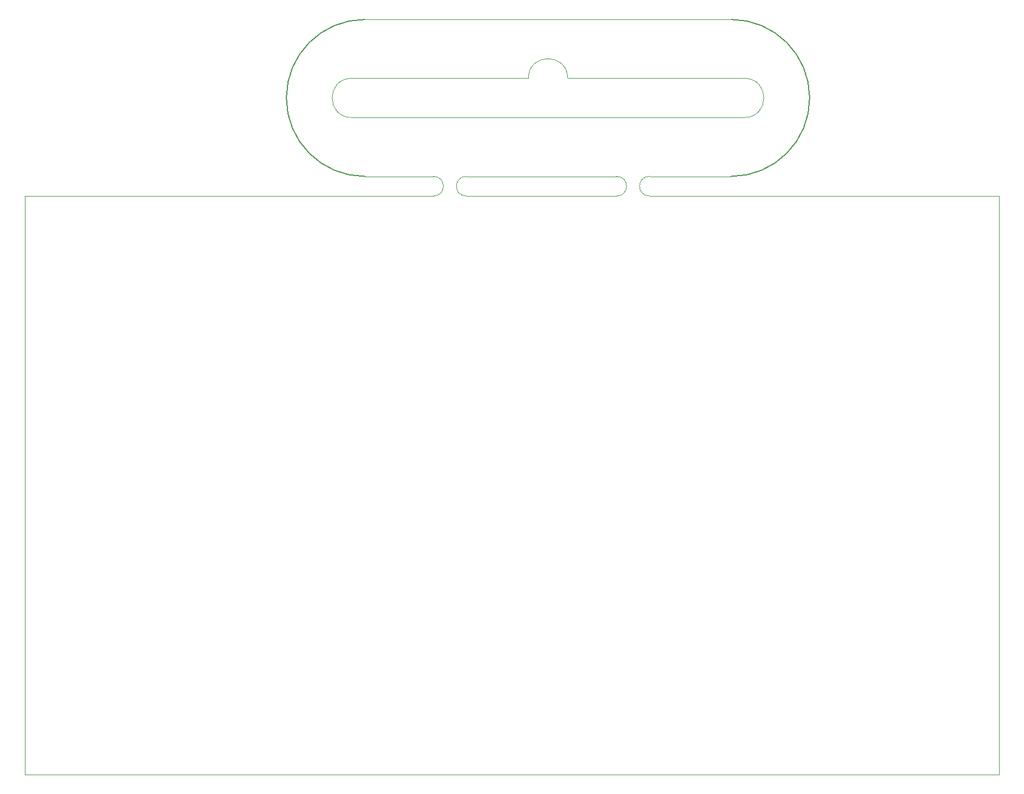
<source format=gbr>
%TF.GenerationSoftware,KiCad,Pcbnew,(6.0.10)*%
%TF.CreationDate,2023-01-08T01:11:37-07:00*%
%TF.ProjectId,decimator_pcb,64656369-6d61-4746-9f72-5f7063622e6b,rev?*%
%TF.SameCoordinates,Original*%
%TF.FileFunction,Profile,NP*%
%FSLAX46Y46*%
G04 Gerber Fmt 4.6, Leading zero omitted, Abs format (unit mm)*
G04 Created by KiCad (PCBNEW (6.0.10)) date 2023-01-08 01:11:37*
%MOMM*%
%LPD*%
G01*
G04 APERTURE LIST*
%TA.AperFunction,Profile*%
%ADD10C,0.100000*%
%TD*%
%TA.AperFunction,Profile*%
%ADD11C,0.150000*%
%TD*%
G04 APERTURE END LIST*
D10*
X148000000Y-35000000D02*
X121000000Y-35000000D01*
X181000000Y-41000000D02*
G75*
G03*
X181000000Y-35000000I0J3000000D01*
G01*
X121000000Y-35000000D02*
G75*
G03*
X121000000Y-41000000I0J-3000000D01*
G01*
X190000000Y-53000000D02*
X220000000Y-53000000D01*
X166500000Y-53000000D02*
X190000000Y-53000000D01*
X71000000Y-141500000D02*
X71000000Y-53000000D01*
D11*
X123000000Y-26000000D02*
G75*
G03*
X123000000Y-50000000I0J-12000000D01*
G01*
D10*
X123000000Y-26000000D02*
X179000000Y-26000000D01*
X220000000Y-141500000D02*
X71000000Y-141500000D01*
X133500000Y-50000000D02*
X123000000Y-50000000D01*
X121000000Y-41000000D02*
X181000000Y-41000000D01*
X138500000Y-50000000D02*
G75*
G03*
X138500000Y-53000000I0J-1500000D01*
G01*
X166500000Y-50000000D02*
G75*
G03*
X166500000Y-53000000I0J-1500000D01*
G01*
X111000000Y-53000000D02*
X71000000Y-53000000D01*
X161500000Y-50000000D02*
X138500000Y-50000000D01*
X133500000Y-53000000D02*
G75*
G03*
X133500000Y-50000000I0J1500000D01*
G01*
X220000000Y-53000000D02*
X220000000Y-141500000D01*
X161500000Y-53000000D02*
G75*
G03*
X161500000Y-50000000I0J1500000D01*
G01*
X138500000Y-53000000D02*
X161500000Y-53000000D01*
X154000000Y-35000000D02*
G75*
G03*
X148000000Y-35000000I-3000000J0D01*
G01*
X111000000Y-53000000D02*
X133500000Y-53000000D01*
X179000000Y-50000000D02*
X166500000Y-50000000D01*
D11*
X179000000Y-50000000D02*
G75*
G03*
X179000000Y-26000000I0J12000000D01*
G01*
D10*
X154000000Y-35000000D02*
X181000000Y-35000000D01*
M02*

</source>
